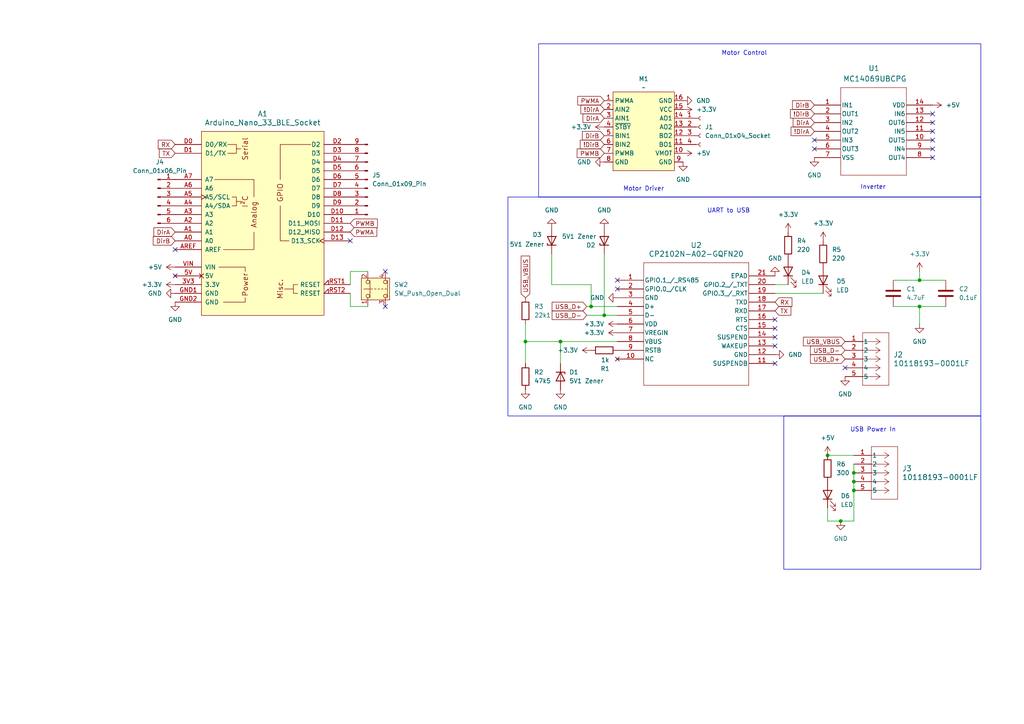
<source format=kicad_sch>
(kicad_sch (version 20250114) (generator "eeschema") (generator_version "9.0")
  (paper "A4")
  (lib_symbols
    (symbol "2025-04-03_10-14-51:CP2102N-A02-GQFN20" (pin_names (offset 0.254))
      (property "Reference" "U2" (at 23.622 10.414 0))
      (property "Value" "CP2102N-A02-GQFN20" (at 23.622 7.874 0))
      (symbol "CP2102N-A02-GQFN20_0_1"
        (polyline (pts (xy 7.62 5.08) (xy 7.62 -30.48)) (stroke (width 0.127)))
        (polyline (pts (xy 7.62 -30.48) (xy 38.1 -30.48)) (stroke (width 0.127)))
        (polyline (pts (xy 38.1 5.08) (xy 7.62 5.08)) (stroke (width 0.127)))
        (polyline (pts (xy 38.1 -30.48) (xy 38.1 5.08)) (stroke (width 0.127)))
        (pin bidirectional line (at 0 0 0) (length 7.62) (name "GPIO.1_/_RS485") (number "1"))
        (pin bidirectional line (at 0 -2.54 0) (length 7.62) (name "GPIO.0_/CLK") (number "2"))
        (pin power_out line (at 0 -5.08 0) (length 7.62) (name "GND") (number "3"))
        (pin unspecified line (at 0 -7.62 0) (length 7.62) (name "D+") (number "4"))
        (pin unspecified line (at 0 -10.16 0) (length 7.62) (name "D-") (number "5"))
        (pin power_in line (at 0 -12.7 0) (length 7.62) (name "VDD") (number "6"))
        (pin unspecified line (at 0 -15.24 0) (length 7.62) (name "VREGIN") (number "7"))
        (pin unspecified line (at 0 -17.78 0) (length 7.62) (name "VBUS") (number "8"))
        (pin unspecified line (at 0 -20.32 0) (length 7.62) (name "RSTB") (number "9"))
        (pin no_connect line (at 0 -22.86 0) (length 7.62) (name "NC") (number "10"))
        (pin power_out line (at 45.72 1.27 180) (length 7.62) (name "EPAD") (number "21"))
        (pin bidirectional line (at 45.72 -1.27 180) (length 7.62) (name "GPIO.2_/_TXT") (number "20"))
        (pin bidirectional line (at 45.72 -3.81 180) (length 7.62) (name "GPIO.3_/_RXT") (number "19"))
        (pin unspecified line (at 45.72 -6.35 180) (length 7.62) (name "TXD") (number "18"))
        (pin unspecified line (at 45.72 -8.89 180) (length 7.62) (name "RXD") (number "17"))
        (pin unspecified line (at 45.72 -11.43 180) (length 7.62) (name "RTS") (number "16"))
        (pin unspecified line (at 45.72 -13.97 180) (length 7.62) (name "CTS") (number "15"))
        (pin unspecified line (at 45.72 -16.51 180) (length 7.62) (name "SUSPEND") (number "14"))
        (pin unspecified line (at 45.72 -19.05 180) (length 7.62) (name "WAKEUP") (number "13"))
        (pin power_out line (at 45.72 -21.59 180) (length 7.62) (name "GND") (number "12"))
        (pin unspecified line (at 45.72 -24.13 180) (length 7.62) (name "SUSPENDB") (number "11"))
      )
    )
    (symbol "2025-04-03_10-31-04:10118193-0001LF" (pin_names (offset 0.254))
      (property "Reference" "J" (at 8.89 6.35 0))
      (property "Value" "10118193-0001LF" (at 0 0 0))
      (symbol "10118193-0001LF_1_1"
        (polyline (pts (xy 5.08 2.54) (xy 5.08 -12.7)) (stroke (width 0.127)))
        (polyline (pts (xy 5.08 -12.7) (xy 12.7 -12.7)) (stroke (width 0.127)))
        (polyline (pts (xy 10.16 0) (xy 5.08 0)) (stroke (width 0.127)))
        (polyline (pts (xy 10.16 0) (xy 8.89 0.8467)) (stroke (width 0.127)))
        (polyline (pts (xy 10.16 0) (xy 8.89 -0.8467)) (stroke (width 0.127)))
        (polyline (pts (xy 10.16 -2.54) (xy 5.08 -2.54)) (stroke (width 0.127)))
        (polyline (pts (xy 10.16 -2.54) (xy 8.89 -1.6933)) (stroke (width 0.127)))
        (polyline (pts (xy 10.16 -2.54) (xy 8.89 -3.3867)) (stroke (width 0.127)))
        (polyline (pts (xy 10.16 -5.08) (xy 5.08 -5.08)) (stroke (width 0.127)))
        (polyline (pts (xy 10.16 -5.08) (xy 8.89 -4.2333)) (stroke (width 0.127)))
        (polyline (pts (xy 10.16 -5.08) (xy 8.89 -5.9267)) (stroke (width 0.127)))
        (polyline (pts (xy 10.16 -7.62) (xy 5.08 -7.62)) (stroke (width 0.127)))
        (polyline (pts (xy 10.16 -7.62) (xy 8.89 -6.7733)) (stroke (width 0.127)))
        (polyline (pts (xy 10.16 -7.62) (xy 8.89 -8.4667)) (stroke (width 0.127)))
        (polyline (pts (xy 10.16 -10.16) (xy 5.08 -10.16)) (stroke (width 0.127)))
        (polyline (pts (xy 10.16 -10.16) (xy 8.89 -9.3133)) (stroke (width 0.127)))
        (polyline (pts (xy 10.16 -10.16) (xy 8.89 -11.0067)) (stroke (width 0.127)))
        (polyline (pts (xy 12.7 2.54) (xy 5.08 2.54)) (stroke (width 0.127)))
        (polyline (pts (xy 12.7 -12.7) (xy 12.7 2.54)) (stroke (width 0.127)))
        (pin unspecified line (at 0 0 0) (length 5.08) (name "1") (number "1"))
        (pin unspecified line (at 0 -2.54 0) (length 5.08) (name "2") (number "2"))
        (pin unspecified line (at 0 -5.08 0) (length 5.08) (name "3") (number "3"))
        (pin unspecified line (at 0 -7.62 0) (length 5.08) (name "4") (number "4"))
        (pin unspecified line (at 0 -10.16 0) (length 5.08) (name "5") (number "5"))
      )
      (symbol "10118193-0001LF_1_2"
        (polyline (pts (xy 5.08 2.54) (xy 5.08 -12.7)) (stroke (width 0.127)))
        (polyline (pts (xy 5.08 -12.7) (xy 12.7 -12.7)) (stroke (width 0.127)))
        (polyline (pts (xy 7.62 0) (xy 5.08 0)) (stroke (width 0.127)))
        (polyline (pts (xy 7.62 0) (xy 8.89 0.8467)) (stroke (width 0.127)))
        (polyline (pts (xy 7.62 0) (xy 8.89 -0.8467)) (stroke (width 0.127)))
        (polyline (pts (xy 7.62 -2.54) (xy 5.08 -2.54)) (stroke (width 0.127)))
        (polyline (pts (xy 7.62 -2.54) (xy 8.89 -1.6933)) (stroke (width 0.127)))
        (polyline (pts (xy 7.62 -2.54) (xy 8.89 -3.3867)) (stroke (width 0.127)))
        (polyline (pts (xy 7.62 -5.08) (xy 5.08 -5.08)) (stroke (width 0.127)))
        (polyline (pts (xy 7.62 -5.08) (xy 8.89 -4.2333)) (stroke (width 0.127)))
        (polyline (pts (xy 7.62 -5.08) (xy 8.89 -5.9267)) (stroke (width 0.127)))
        (polyline (pts (xy 7.62 -7.62) (xy 5.08 -7.62)) (stroke (width 0.127)))
        (polyline (pts (xy 7.62 -7.62) (xy 8.89 -6.7733)) (stroke (width 0.127)))
        (polyline (pts (xy 7.62 -7.62) (xy 8.89 -8.4667)) (stroke (width 0.127)))
        (polyline (pts (xy 7.62 -10.16) (xy 5.08 -10.16)) (stroke (width 0.127)))
        (polyline (pts (xy 7.62 -10.16) (xy 8.89 -9.3133)) (stroke (width 0.127)))
        (polyline (pts (xy 7.62 -10.16) (xy 8.89 -11.0067)) (stroke (width 0.127)))
        (polyline (pts (xy 12.7 2.54) (xy 5.08 2.54)) (stroke (width 0.127)))
        (polyline (pts (xy 12.7 -12.7) (xy 12.7 2.54)) (stroke (width 0.127)))
        (pin unspecified line (at 0 0 0) (length 5.08) (name "1") (number "1"))
        (pin unspecified line (at 0 -2.54 0) (length 5.08) (name "2") (number "2"))
        (pin unspecified line (at 0 -5.08 0) (length 5.08) (name "3") (number "3"))
        (pin unspecified line (at 0 -7.62 0) (length 5.08) (name "4") (number "4"))
        (pin unspecified line (at 0 -10.16 0) (length 5.08) (name "5") (number "5"))
      )
    )
    (symbol "Connector:Conn_01x04_Socket" (pin_names (offset 1.016) (hide yes))
      (property "Reference" "J" (at 0 5.08 0))
      (property "Value" "Conn_01x04_Socket" (at 0 -7.62 0))
      (symbol "Conn_01x04_Socket_1_1"
        (polyline (pts (xy -1.27 2.54) (xy -0.508 2.54)) (stroke (width 0.1524)))
        (polyline (pts (xy -1.27 0) (xy -0.508 0)) (stroke (width 0.1524)))
        (polyline (pts (xy -1.27 -2.54) (xy -0.508 -2.54)) (stroke (width 0.1524)))
        (polyline (pts (xy -1.27 -5.08) (xy -0.508 -5.08)) (stroke (width 0.1524)))
        (arc (start 0 2.032) (mid -0.5058 2.54) (end 0 3.048) (stroke (width 0.1524)))
        (arc (start 0 -0.508) (mid -0.5058 0) (end 0 0.508) (stroke (width 0.1524)))
        (arc (start 0 -3.048) (mid -0.5058 -2.54) (end 0 -2.032) (stroke (width 0.1524)))
        (arc (start 0 -5.588) (mid -0.5058 -5.08) (end 0 -4.572) (stroke (width 0.1524)))
        (pin passive line (at -5.08 2.54 0) (length 3.81) (name "Pin_1") (number "1"))
        (pin passive line (at -5.08 0 0) (length 3.81) (name "Pin_2") (number "2"))
        (pin passive line (at -5.08 -2.54 0) (length 3.81) (name "Pin_3") (number "3"))
        (pin passive line (at -5.08 -5.08 0) (length 3.81) (name "Pin_4") (number "4"))
      )
    )
    (symbol "Connector:Conn_01x06_Pin" (pin_names (offset 1.016) (hide yes))
      (property "Reference" "J" (at 0 7.62 0))
      (property "Value" "Conn_01x06_Pin" (at 0 -10.16 0))
      (symbol "Conn_01x06_Pin_1_1"
        (rectangle (start 0.8636 5.207) (end 0 4.953) (stroke (width 0.1524)) (fill (type outline)))
        (rectangle (start 0.8636 2.667) (end 0 2.413) (stroke (width 0.1524)) (fill (type outline)))
        (rectangle (start 0.8636 0.127) (end 0 -0.127) (stroke (width 0.1524)) (fill (type outline)))
        (rectangle (start 0.8636 -2.413) (end 0 -2.667) (stroke (width 0.1524)) (fill (type outline)))
        (rectangle (start 0.8636 -4.953) (end 0 -5.207) (stroke (width 0.1524)) (fill (type outline)))
        (rectangle (start 0.8636 -7.493) (end 0 -7.747) (stroke (width 0.1524)) (fill (type outline)))
        (polyline (pts (xy 1.27 5.08) (xy 0.8636 5.08)) (stroke (width 0.1524)))
        (polyline (pts (xy 1.27 2.54) (xy 0.8636 2.54)) (stroke (width 0.1524)))
        (polyline (pts (xy 1.27 0) (xy 0.8636 0)) (stroke (width 0.1524)))
        (polyline (pts (xy 1.27 -2.54) (xy 0.8636 -2.54)) (stroke (width 0.1524)))
        (polyline (pts (xy 1.27 -5.08) (xy 0.8636 -5.08)) (stroke (width 0.1524)))
        (polyline (pts (xy 1.27 -7.62) (xy 0.8636 -7.62)) (stroke (width 0.1524)))
        (pin passive line (at 5.08 5.08 180) (length 3.81) (name "Pin_1") (number "1"))
        (pin passive line (at 5.08 2.54 180) (length 3.81) (name "Pin_2") (number "2"))
        (pin passive line (at 5.08 0 180) (length 3.81) (name "Pin_3") (number "3"))
        (pin passive line (at 5.08 -2.54 180) (length 3.81) (name "Pin_4") (number "4"))
        (pin passive line (at 5.08 -5.08 180) (length 3.81) (name "Pin_5") (number "5"))
        (pin passive line (at 5.08 -7.62 180) (length 3.81) (name "Pin_6") (number "6"))
      )
    )
    (symbol "Connector:Conn_01x09_Pin" (pin_names (offset 1.016) (hide yes))
      (property "Reference" "J" (at 0 12.7 0))
      (property "Value" "Conn_01x09_Pin" (at 0 -12.7 0))
      (symbol "Conn_01x09_Pin_1_1"
        (rectangle (start 0.8636 10.287) (end 0 10.033) (stroke (width 0.1524)) (fill (type outline)))
        (rectangle (start 0.8636 7.747) (end 0 7.493) (stroke (width 0.1524)) (fill (type outline)))
        (rectangle (start 0.8636 5.207) (end 0 4.953) (stroke (width 0.1524)) (fill (type outline)))
        (rectangle (start 0.8636 2.667) (end 0 2.413) (stroke (width 0.1524)) (fill (type outline)))
        (rectangle (start 0.8636 0.127) (end 0 -0.127) (stroke (width 0.1524)) (fill (type outline)))
        (rectangle (start 0.8636 -2.413) (end 0 -2.667) (stroke (width 0.1524)) (fill (type outline)))
        (rectangle (start 0.8636 -4.953) (end 0 -5.207) (stroke (width 0.1524)) (fill (type outline)))
        (rectangle (start 0.8636 -7.493) (end 0 -7.747) (stroke (width 0.1524)) (fill (type outline)))
        (rectangle (start 0.8636 -10.033) (end 0 -10.287) (stroke (width 0.1524)) (fill (type outline)))
        (polyline (pts (xy 1.27 10.16) (xy 0.8636 10.16)) (stroke (width 0.1524)))
        (polyline (pts (xy 1.27 7.62) (xy 0.8636 7.62)) (stroke (width 0.1524)))
        (polyline (pts (xy 1.27 5.08) (xy 0.8636 5.08)) (stroke (width 0.1524)))
        (polyline (pts (xy 1.27 2.54) (xy 0.8636 2.54)) (stroke (width 0.1524)))
        (polyline (pts (xy 1.27 0) (xy 0.8636 0)) (stroke (width 0.1524)))
        (polyline (pts (xy 1.27 -2.54) (xy 0.8636 -2.54)) (stroke (width 0.1524)))
        (polyline (pts (xy 1.27 -5.08) (xy 0.8636 -5.08)) (stroke (width 0.1524)))
        (polyline (pts (xy 1.27 -7.62) (xy 0.8636 -7.62)) (stroke (width 0.1524)))
        (polyline (pts (xy 1.27 -10.16) (xy 0.8636 -10.16)) (stroke (width 0.1524)))
        (pin passive line (at 5.08 10.16 180) (length 3.81) (name "Pin_1") (number "1"))
        (pin passive line (at 5.08 7.62 180) (length 3.81) (name "Pin_2") (number "2"))
        (pin passive line (at 5.08 5.08 180) (length 3.81) (name "Pin_3") (number "3"))
        (pin passive line (at 5.08 2.54 180) (length 3.81) (name "Pin_4") (number "4"))
        (pin passive line (at 5.08 0 180) (length 3.81) (name "Pin_5") (number "5"))
        (pin passive line (at 5.08 -2.54 180) (length 3.81) (name "Pin_6") (number "6"))
        (pin passive line (at 5.08 -5.08 180) (length 3.81) (name "Pin_7") (number "7"))
        (pin passive line (at 5.08 -7.62 180) (length 3.81) (name "Pin_8") (number "8"))
        (pin passive line (at 5.08 -10.16 180) (length 3.81) (name "Pin_9") (number "9"))
      )
    )
    (symbol "Device:C" (pin_numbers (hide yes)) (pin_names (offset 0.254))
      (property "Reference" "C" (at 0.635 2.54 0))
      (property "Value" "C" (at 0.635 -2.54 0))
      (symbol "C_0_1"
        (polyline (pts (xy -2.032 0.762) (xy 2.032 0.762)) (stroke (width 0.508)))
        (polyline (pts (xy -2.032 -0.762) (xy 2.032 -0.762)) (stroke (width 0.508)))
      )
      (symbol "C_1_1"
        (pin passive line (at 0 3.81 270) (length 2.794) (name "~") (number "1"))
        (pin passive line (at 0 -3.81 90) (length 2.794) (name "~") (number "2"))
      )
    )
    (symbol "Device:D_Zener" (pin_numbers (hide yes)) (pin_names (offset 1.016) (hide yes))
      (property "Reference" "D" (at 0 2.54 0))
      (property "Value" "D_Zener" (at 0 -2.54 0))
      (symbol "D_Zener_0_1"
        (polyline (pts (xy -1.27 -1.27) (xy -1.27 1.27) (xy -0.762 1.27)) (stroke (width 0.254)))
        (polyline (pts (xy 1.27 0) (xy -1.27 0)))
        (polyline (pts (xy 1.27 -1.27) (xy 1.27 1.27) (xy -1.27 0) (xy 1.27 -1.27)) (stroke (width 0.254)))
      )
      (symbol "D_Zener_1_1"
        (pin passive line (at -3.81 0 0) (length 2.54) (name "K") (number "1"))
        (pin passive line (at 3.81 0 180) (length 2.54) (name "A") (number "2"))
      )
    )
    (symbol "Device:LED" (pin_numbers (hide yes)) (pin_names (offset 1.016) (hide yes))
      (property "Reference" "D" (at 0 2.54 0))
      (property "Value" "LED" (at 0 -2.54 0))
      (symbol "LED_0_1"
        (polyline (pts (xy -3.048 -0.762) (xy -4.572 -2.286) (xy -3.81 -2.286) (xy -4.572 -2.286) (xy -4.572 -1.524)))
        (polyline (pts (xy -1.778 -0.762) (xy -3.302 -2.286) (xy -2.54 -2.286) (xy -3.302 -2.286) (xy -3.302 -1.524)))
        (polyline (pts (xy -1.27 0) (xy 1.27 0)))
        (polyline (pts (xy -1.27 -1.27) (xy -1.27 1.27)) (stroke (width 0.254)))
        (polyline (pts (xy 1.27 -1.27) (xy 1.27 1.27) (xy -1.27 0) (xy 1.27 -1.27)) (stroke (width 0.254)))
      )
      (symbol "LED_1_1"
        (pin passive line (at -3.81 0 0) (length 2.54) (name "K") (number "1"))
        (pin passive line (at 3.81 0 180) (length 2.54) (name "A") (number "2"))
      )
    )
    (symbol "Device:R" (pin_numbers (hide yes)) (pin_names (offset 0))
      (property "Reference" "R" (at 2.032 0 90))
      (property "Value" "R" (at 0 0 90))
      (symbol "R_0_1"
        (rectangle (start -1.016 -2.54) (end 1.016 2.54) (stroke (width 0.254)))
      )
      (symbol "R_1_1"
        (pin passive line (at 0 3.81 270) (length 1.27) (name "~") (number "1"))
        (pin passive line (at 0 -3.81 90) (length 1.27) (name "~") (number "2"))
      )
    )
    (symbol "MCP14069UBCP:MC14069UBCPG" (pin_names (offset 0.254))
      (property "Reference" "U1" (at 17.272 10.668 0))
      (property "Value" "MC14069UBCPG" (at 17.526 7.62 0))
      (symbol "MC14069UBCPG_0_1"
        (polyline (pts (xy 7.62 5.08) (xy 7.62 -20.32)) (stroke (width 0.127)))
        (polyline (pts (xy 7.62 -20.32) (xy 26.67 -20.32)) (stroke (width 0.127)))
        (polyline (pts (xy 26.67 5.08) (xy 7.62 5.08)) (stroke (width 0.127)))
        (polyline (pts (xy 26.67 -20.32) (xy 26.67 5.08)) (stroke (width 0.127)))
        (pin input line (at 0 0 0) (length 7.62) (name "IN1") (number "1"))
        (pin output line (at 0 -2.54 0) (length 7.62) (name "OUT1") (number "2"))
        (pin input line (at 0 -5.08 0) (length 7.62) (name "IN2") (number "3"))
        (pin output line (at 0 -7.62 0) (length 7.62) (name "OUT2") (number "4"))
        (pin input line (at 0 -10.16 0) (length 7.62) (name "IN3") (number "5"))
        (pin output line (at 0 -12.7 0) (length 7.62) (name "OUT3") (number "6"))
        (pin power_in line (at 0 -15.24 0) (length 7.62) (name "VSS") (number "7"))
        (pin power_in line (at 34.29 0 180) (length 7.62) (name "VDD") (number "14"))
        (pin input line (at 34.29 -2.54 180) (length 7.62) (name "IN6") (number "13"))
        (pin output line (at 34.29 -5.08 180) (length 7.62) (name "OUT6") (number "12"))
        (pin input line (at 34.29 -7.62 180) (length 7.62) (name "IN5") (number "11"))
        (pin output line (at 34.29 -10.16 180) (length 7.62) (name "OUT5") (number "10"))
        (pin input line (at 34.29 -12.7 180) (length 7.62) (name "IN4") (number "9"))
        (pin output line (at 34.29 -15.24 180) (length 7.62) (name "OUT4") (number "8"))
      )
    )
    (symbol "Pololu_MD08A_Motor_Driver:Pololu_MD08A_Motor_Driver"
      (property "Reference" "M" (at 0 3.81 0))
      (symbol "Pololu_MD08A_Motor_Driver_1_1"
        (rectangle (start -8.89 2.54) (end 8.89 -20.32) (fill (type background)))
        (pin input line (at -11.43 0 0) (length 2.54) (name "PWMA") (number "1"))
        (pin input line (at -11.43 -2.54 0) (length 2.54) (name "AIN2") (number "2"))
        (pin input line (at -11.43 -5.08 0) (length 2.54) (name "AIN1") (number "3"))
        (pin input line (at -11.43 -7.62 0) (length 2.54) (name "~{STBY}") (number "4"))
        (pin input line (at -11.43 -10.16 0) (length 2.54) (name "BIN1") (number "5"))
        (pin input line (at -11.43 -12.7 0) (length 2.54) (name "BIN2") (number "6"))
        (pin input line (at -11.43 -15.24 0) (length 2.54) (name "PWMB") (number "7"))
        (pin power_in line (at -11.43 -17.78 0) (length 2.54) (name "GND") (number "8"))
        (pin power_in line (at 11.43 0 180) (length 2.54) (name "GND") (number "16"))
        (pin power_in line (at 11.43 -2.54 180) (length 2.54) (name "VCC") (number "15"))
        (pin output line (at 11.43 -5.08 180) (length 2.54) (name "AO1") (number "14"))
        (pin output line (at 11.43 -7.62 180) (length 2.54) (name "AO2") (number "13"))
        (pin output line (at 11.43 -10.16 180) (length 2.54) (name "BO2") (number "12"))
        (pin output line (at 11.43 -12.7 180) (length 2.54) (name "BO1") (number "11"))
        (pin power_in line (at 11.43 -15.24 180) (length 2.54) (name "VMOT") (number "10"))
        (pin power_in line (at 11.43 -17.78 180) (length 2.54) (name "GND") (number "9"))
      )
    )
    (symbol "Switch:SW_Push_Open_Dual" (pin_names (offset 1.016) (hide yes))
      (property "Reference" "SW" (at 0 3.81 0))
      (property "Value" "SW_Push_Open_Dual" (at 0 -7.62 0))
      (symbol "SW_Push_Open_Dual_0_1"
        (circle (center -2.032 0) (radius 0.508))
        (circle (center -2.032 -5.08) (radius 0.508))
        (polyline (pts (xy 0 -0.635) (xy 0 1.143)))
        (polyline (pts (xy 0 -1.397) (xy 0 -0.889)))
        (polyline (pts (xy 0 -2.413) (xy 0 -1.905)))
        (polyline (pts (xy 0 -3.429) (xy 0 -2.921)))
        (polyline (pts (xy 0 -3.937) (xy 0 -4.445)))
        (polyline (pts (xy 0 -4.953) (xy 0 -5.461)))
        (circle (center 2.032 0) (radius 0.508))
        (circle (center 2.032 -5.08) (radius 0.508))
        (polyline (pts (xy 2.54 -0.635) (xy -2.54 -0.635)))
        (polyline (pts (xy 2.54 -5.715) (xy -2.54 -5.715)))
        (pin passive line (at -5.08 0 0) (length 2.54) (name "1") (number "1"))
        (pin passive line (at -5.08 -5.08 0) (length 2.54) (name "3") (number "3"))
        (pin passive line (at 5.08 0 180) (length 2.54) (name "2") (number "2"))
        (pin passive line (at 5.08 -5.08 180) (length 2.54) (name "4") (number "4"))
      )
      (symbol "SW_Push_Open_Dual_1_1"
        (rectangle (start -3.175 1.905) (end 3.175 -6.35) (fill (type background)))
      )
    )
    (symbol "arduino-library:Arduino_Nano_33_BLE_Socket" (pin_names (offset 1.016))
      (property "Reference" "A" (at 0 33.02 0))
      (property "Value" "Arduino_Nano_33_BLE_Socket" (at 0 29.21 0))
      (symbol "Arduino_Nano_33_BLE_Socket_0_0"
        (rectangle (start -17.78 26.67) (end 17.78 -26.67) (fill (type background)))
        (polyline (pts (xy -11.43 -22.86) (xy -5.08 -22.86) (xy -5.08 -21.59)))
        (polyline (pts (xy -10.16 22.86) (xy -7.62 22.86) (xy -7.62 20.32) (xy -10.16 20.32)))
        (polyline (pts (xy -8.89 7.62) (xy -7.62 7.62) (xy -7.62 5.08) (xy -8.89 5.08)))
        (polyline (pts (xy -7.62 21.59) (xy -6.35 21.59)))
        (polyline (pts (xy -7.62 6.35) (xy -6.35 6.35)))
        (polyline (pts (xy -5.08 -13.97) (xy -5.08 -12.7) (xy -12.7 -12.7)))
        (polyline (pts (xy 8.89 -19.05) (xy 6.35 -19.05)))
        (text "Serial" (at -5.08 21.59 900) (effects (font (size 1.524 1.524))))
        (text "I²C" (at -5.08 6.35 900) (effects (font (size 1.524 1.524))))
        (text "Power" (at -5.08 -17.78 900) (effects (font (size 1.524 1.524))))
        (text "Analog" (at -2.54 2.54 900) (effects (font (size 1.524 1.524))))
        (text "Misc." (at 5.08 -19.05 900) (effects (font (size 1.524 1.524))))
      )
      (symbol "Arduino_Nano_33_BLE_Socket_0_1"
        (polyline (pts (xy -13.97 12.7) (xy -2.54 12.7) (xy -2.54 7.62)))
        (polyline (pts (xy -11.43 -7.62) (xy -2.54 -7.62) (xy -2.54 -2.54)))
        (polyline (pts (xy 7.62 -5.08) (xy 5.08 -5.08) (xy 5.08 5.08)))
        (polyline (pts (xy 10.16 -17.78) (xy 8.89 -17.78) (xy 8.89 -20.32) (xy 10.16 -20.32)))
        (polyline (pts (xy 13.97 22.86) (xy 5.08 22.86) (xy 5.08 12.7)))
      )
      (symbol "Arduino_Nano_33_BLE_Socket_1_0"
        (text "GPIO" (at 5.08 8.89 900) (effects (font (size 1.524 1.524))))
      )
      (symbol "Arduino_Nano_33_BLE_Socket_1_1"
        (pin bidirectional line (at -25.4 22.86 0) (length 7.62) (name "D0/RX") (number "D0"))
        (pin bidirectional line (at -25.4 20.32 0) (length 7.62) (name "D1/TX") (number "D1"))
        (pin input line (at -25.4 12.7 0) (length 7.62) (name "A7") (number "A7"))
        (pin input line (at -25.4 10.16 0) (length 7.62) (name "A6") (number "A6"))
        (pin bidirectional clock (at -25.4 7.62 0) (length 7.62) (name "A5/SCL") (number "A5"))
        (pin bidirectional line (at -25.4 5.08 0) (length 7.62) (name "A4/SDA") (number "A4"))
        (pin bidirectional line (at -25.4 2.54 0) (length 7.62) (name "A3") (number "A3"))
        (pin bidirectional line (at -25.4 0 0) (length 7.62) (name "A2") (number "A2"))
        (pin bidirectional line (at -25.4 -2.54 0) (length 7.62) (name "A1") (number "A1"))
        (pin bidirectional line (at -25.4 -5.08 0) (length 7.62) (name "A0") (number "A0"))
        (pin input line (at -25.4 -7.62 0) (length 7.62) (name "AREF") (number "AREF"))
        (pin power_in line (at -25.4 -12.7 0) (length 7.62) (name "VIN") (number "VIN"))
        (pin no_connect non_logic (at -25.4 -15.24 0) (length 7.62) (name "5V") (number "5V"))
        (pin power_in line (at -25.4 -17.78 0) (length 7.62) (name "3.3V") (number "3V3"))
        (pin power_in line (at -25.4 -20.32 0) (length 7.62) (name "GND") (number "GND1"))
        (pin power_in line (at -25.4 -22.86 0) (length 7.62) (name "GND") (number "GND2"))
        (pin bidirectional line (at 25.4 22.86 180) (length 7.62) (name "D2") (number "D2"))
        (pin bidirectional line (at 25.4 20.32 180) (length 7.62) (name "D3") (number "D3"))
        (pin bidirectional line (at 25.4 17.78 180) (length 7.62) (name "D4") (number "D4"))
        (pin bidirectional line (at 25.4 15.24 180) (length 7.62) (name "D5") (number "D5"))
        (pin bidirectional line (at 25.4 12.7 180) (length 7.62) (name "D6") (number "D6"))
        (pin bidirectional line (at 25.4 10.16 180) (length 7.62) (name "D7") (number "D7"))
        (pin bidirectional line (at 25.4 7.62 180) (length 7.62) (name "D8") (number "D8"))
        (pin bidirectional line (at 25.4 5.08 180) (length 7.62) (name "D9") (number "D9"))
        (pin bidirectional line (at 25.4 2.54 180) (length 7.62) (name "D10") (number "D10"))
        (pin bidirectional line (at 25.4 0 180) (length 7.62) (name "D11_MOSI") (number "D11"))
        (pin bidirectional line (at 25.4 -2.54 180) (length 7.62) (name "D12_MISO") (number "D12"))
        (pin bidirectional clock (at 25.4 -5.08 180) (length 7.62) (name "D13_SCK") (number "D13"))
        (pin open_collector input_low (at 25.4 -17.78 180) (length 7.62) (name "RESET") (number "RST1"))
        (pin open_collector input_low (at 25.4 -20.32 180) (length 7.62) (name "RESET") (number "RST2"))
      )
    )
    (symbol "power:+3.3V" (power) (pin_names (offset 0))
      (property "Value" "+3.3V" (at 0 3.556 0))
      (symbol "+3.3V_0_1"
        (polyline (pts (xy -0.762 1.27) (xy 0 2.54)))
        (polyline (pts (xy 0 2.54) (xy 0.762 1.27)))
        (polyline (pts (xy 0 0) (xy 0 2.54)))
      )
      (symbol "+3.3V_1_1"
        (pin power_in line (at 0 0 90) (length 0) (hide yes) (name "+3.3V") (number "1"))
      )
    )
    (symbol "power:+5V" (power) (pin_names (offset 0))
      (property "Value" "+5V" (at 0 3.556 0))
      (symbol "+5V_0_1"
        (polyline (pts (xy -0.762 1.27) (xy 0 2.54)))
        (polyline (pts (xy 0 2.54) (xy 0.762 1.27)))
        (polyline (pts (xy 0 0) (xy 0 2.54)))
      )
      (symbol "+5V_1_1"
        (pin power_in line (at 0 0 90) (length 0) (hide yes) (name "+5V") (number "1"))
      )
    )
    (symbol "power:GND" (power) (pin_names (offset 0))
      (property "Value" "GND" (at 0 -3.81 0))
      (symbol "GND_0_1"
        (polyline (pts (xy 0 0) (xy 0 -1.27) (xy 1.27 -1.27) (xy 0 -2.54) (xy -1.27 -1.27) (xy 0 -1.27)))
      )
      (symbol "GND_1_1"
        (pin power_in line (at 0 0 270) (length 0) (hide yes) (name "GND") (number "1"))
      )
    )
  )
  (rectangle (start 156.21 12.7) (end 284.48 57.15))
  (rectangle (start 147.32 57.15) (end 284.48 120.65))
  (rectangle (start 227.33 120.65) (end 284.48 165.1))
  (text "Motor Control" (at 215.9 15.494 0) (effects (font (size 1.27 1.27))))
  (text "USB Power In\n" (at 253.238 124.714 0) (effects (font (size 1.27 1.27))))
  (text "Motor Driver" (at 186.69 54.864 0) (effects (font (size 1.27 1.27))))
  (text "UART to USB\n" (at 211.328 61.214 0) (effects (font (size 1.27 1.27))))
  (text "Inverter" (at 253.238 54.356 0) (effects (font (size 1.27 1.27))))
  (junction (at 171.45 88.9))
  (junction (at 175.26 91.44))
  (junction (at 240.03 132.08))
  (junction (at 266.7 88.9))
  (junction (at 243.84 151.13))
  (junction (at 247.65 137.16))
  (junction (at 247.65 139.7))
  (junction (at 152.4 99.06))
  (junction (at 162.56 99.06))
  (junction (at 247.65 142.24))
  (junction (at 266.7 81.28))
  (no_connect (at 224.79 97.79))
  (no_connect (at 50.8 72.39))
  (no_connect (at 270.51 40.64))
  (no_connect (at 270.51 43.18))
  (no_connect (at 224.79 105.41))
  (no_connect (at 50.8 80.01))
  (no_connect (at 270.51 38.1))
  (no_connect (at 111.76 88.9))
  (no_connect (at 111.76 78.74))
  (no_connect (at 236.22 43.18))
  (no_connect (at 101.6 69.85))
  (no_connect (at 224.79 95.25))
  (no_connect (at 245.11 106.68))
  (no_connect (at 179.07 104.14))
  (no_connect (at 236.22 40.64))
  (no_connect (at 224.79 100.33))
  (no_connect (at 179.07 81.28))
  (no_connect (at 270.51 45.72))
  (no_connect (at 179.07 83.82))
  (no_connect (at 270.51 33.02))
  (no_connect (at 270.51 35.56))
  (no_connect (at 224.79 92.71))
  (wire (pts (xy 266.7 88.9) (xy 274.32 88.9)))
  (wire (pts (xy 266.7 78.74) (xy 266.7 81.28)))
  (wire (pts (xy 266.7 88.9) (xy 266.7 93.98)))
  (wire (pts (xy 247.65 134.62) (xy 247.65 137.16)))
  (wire (pts (xy 224.79 85.09) (xy 238.76 85.09)))
  (wire (pts (xy 247.65 151.13) (xy 247.65 142.24)))
  (wire (pts (xy 160.02 82.55) (xy 171.45 82.55)))
  (wire (pts (xy 160.02 73.66) (xy 160.02 82.55)))
  (wire (pts (xy 171.45 88.9) (xy 179.07 88.9)))
  (wire (pts (xy 170.18 91.44) (xy 175.26 91.44)))
  (wire (pts (xy 101.6 78.74) (xy 106.68 78.74)))
  (wire (pts (xy 240.03 147.32) (xy 240.03 151.13)))
  (wire (pts (xy 240.03 132.08) (xy 247.65 132.08)))
  (wire (pts (xy 101.6 88.9) (xy 106.68 88.9)))
  (wire (pts (xy 259.08 88.9) (xy 266.7 88.9)))
  (wire (pts (xy 243.84 151.13) (xy 247.65 151.13)))
  (wire (pts (xy 175.26 73.66) (xy 175.26 91.44)))
  (wire (pts (xy 266.7 81.28) (xy 274.32 81.28)))
  (wire (pts (xy 247.65 137.16) (xy 247.65 139.7)))
  (wire (pts (xy 152.4 93.98) (xy 152.4 99.06)))
  (wire (pts (xy 101.6 82.55) (xy 101.6 78.74)))
  (wire (pts (xy 170.18 88.9) (xy 171.45 88.9)))
  (wire (pts (xy 152.4 99.06) (xy 152.4 105.41)))
  (wire (pts (xy 224.79 82.55) (xy 228.6 82.55)))
  (wire (pts (xy 175.26 91.44) (xy 179.07 91.44)))
  (wire (pts (xy 247.65 139.7) (xy 247.65 142.24)))
  (wire (pts (xy 240.03 151.13) (xy 243.84 151.13)))
  (wire (pts (xy 152.4 99.06) (xy 162.56 99.06)))
  (wire (pts (xy 162.56 99.06) (xy 179.07 99.06)))
  (wire (pts (xy 171.45 82.55) (xy 171.45 88.9)))
  (wire (pts (xy 101.6 85.09) (xy 101.6 88.9)))
  (wire (pts (xy 162.56 105.41) (xy 162.56 99.06)))
  (wire (pts (xy 259.08 81.28) (xy 266.7 81.28)))
  (global_label "USB_D-" (shape input) (at 245.11 101.6 180) (property "Intersheetrefs" "${INTERSHEET_REFS}" (effects (hide yes))))
  (global_label "USB_VBUS" (shape input) (at 245.11 99.06 180) (property "Intersheetrefs" "${INTERSHEET_REFS}" (effects (hide yes))))
  (global_label "USB_D+" (shape input) (at 245.11 104.14 180) (property "Intersheetrefs" "${INTERSHEET_REFS}" (effects (hide yes))))
  (global_label "TX" (shape input) (at 50.8 44.45 180) (property "Intersheetrefs" "${INTERSHEET_REFS}" (effects (hide yes))))
  (global_label "RX" (shape input) (at 50.8 41.91 180) (property "Intersheetrefs" "${INTERSHEET_REFS}" (effects (hide yes))))
  (global_label "USB_D-" (shape input) (at 170.18 91.44 180) (property "Intersheetrefs" "${INTERSHEET_REFS}" (effects (hide yes))))
  (global_label "DirB" (shape input) (at 175.26 39.37 180) (property "Intersheetrefs" "${INTERSHEET_REFS}" (effects (hide yes))))
  (global_label "!DirB" (shape input) (at 236.22 33.02 180) (property "Intersheetrefs" "${INTERSHEET_REFS}" (effects (hide yes))))
  (global_label "!DirB" (shape input) (at 175.26 41.91 180) (property "Intersheetrefs" "${INTERSHEET_REFS}" (effects (hide yes))))
  (global_label "DirB" (shape input) (at 236.22 30.48 180) (property "Intersheetrefs" "${INTERSHEET_REFS}" (effects (hide yes))))
  (global_label "DirA" (shape input) (at 175.26 34.29 180) (property "Intersheetrefs" "${INTERSHEET_REFS}" (effects (hide yes))))
  (global_label "PWMB" (shape input) (at 175.26 44.45 180) (property "Intersheetrefs" "${INTERSHEET_REFS}" (effects (hide yes))))
  (global_label "DirA" (shape input) (at 236.22 35.56 180) (property "Intersheetrefs" "${INTERSHEET_REFS}" (effects (hide yes))))
  (global_label "PWMA" (shape input) (at 175.26 29.21 180) (property "Intersheetrefs" "${INTERSHEET_REFS}" (effects (hide yes))))
  (global_label "TX" (shape input) (at 224.79 90.17 0) (property "Intersheetrefs" "${INTERSHEET_REFS}" (effects (hide yes))))
  (global_label "USB_D+" (shape input) (at 170.18 88.9 180) (property "Intersheetrefs" "${INTERSHEET_REFS}" (effects (hide yes))))
  (global_label "DirA" (shape input) (at 50.8 67.31 180) (property "Intersheetrefs" "${INTERSHEET_REFS}" (effects (hide yes))))
  (global_label "DirB" (shape input) (at 50.8 69.85 180) (property "Intersheetrefs" "${INTERSHEET_REFS}" (effects (hide yes))))
  (global_label "RX" (shape input) (at 224.79 87.63 0) (property "Intersheetrefs" "${INTERSHEET_REFS}" (effects (hide yes))))
  (global_label "USB_VBUS" (shape input) (at 152.4 86.36 90) (property "Intersheetrefs" "${INTERSHEET_REFS}" (effects (hide yes))))
  (global_label "!DirA" (shape input) (at 236.22 38.1 180) (property "Intersheetrefs" "${INTERSHEET_REFS}" (effects (hide yes))))
  (global_label "PWMA" (shape input) (at 101.6 67.31 0) (property "Intersheetrefs" "${INTERSHEET_REFS}" (effects (hide yes))))
  (global_label "!DirA" (shape input) (at 175.26 31.75 180) (property "Intersheetrefs" "${INTERSHEET_REFS}" (effects (hide yes))))
  (global_label "PWMB" (shape input) (at 101.6 64.77 0) (property "Intersheetrefs" "${INTERSHEET_REFS}" (effects (hide yes))))
  (symbol (lib_id "power:GND") (at 245.11 109.22 0) (unit 1)
    (property "Reference" "#PWR019" (effects (hide yes)))
    (property "Value" "GND" (at 245.11 114.3 0))
    (property "Description" "Power symbol creates a global label with name \"GND\" , ground" (effects (hide yes)))
  )
  (symbol (lib_id "power:GND") (at 50.8 85.09 270) (unit 1)
    (property "Reference" "#PWR05" (effects (hide yes)))
    (property "Value" "GND" (at 46.99 85.0899 90) (effects (justify right)))
    (property "Description" "Power symbol creates a global label with name \"GND\" , ground" (effects (hide yes)))
  )
  (symbol (lib_id "power:+5V") (at 240.03 132.08 0) (unit 1)
    (property "Reference" "#PWR033" (effects (hide yes)))
    (property "Value" "+5V" (at 240.03 127 0))
    (property "Description" "Power symbol creates a global label with name \"+5V\"" (effects (hide yes)))
  )
  (symbol (lib_id "Device:R") (at 175.26 101.6 90) (unit 1)
    (property "Reference" "R1" (at 175.514 106.934 90))
    (property "Value" "1k" (at 175.514 104.394 90))
    (property "Footprint" "Resistor_THT:R_Axial_DIN0207_L6.3mm_D2.5mm_P10.16mm_Horizontal" (effects (hide yes)))
    (property "Description" "Resistor" (effects (hide yes)))
  )
  (symbol (lib_id "Switch:SW_Push_Open_Dual") (at 106.68 83.82 90) (unit 1)
    (property "Reference" "SW2" (at 114.3 82.5499 90) (effects (justify right)))
    (property "Value" "SW_Push_Open_Dual" (at 114.3 85.0899 90) (effects (justify right)))
    (property "Footprint" "Button_Switch_THT:SW_PUSH_6mm_H4.3mm" (effects (hide yes)))
    (property "Description" "Push button switch, normally closed, generic, four pins" (effects (hide yes)))
  )
  (symbol (lib_id "Device:LED") (at 240.03 143.51 90) (unit 1)
    (property "Reference" "D6" (at 243.84 143.8274 90) (effects (justify right)))
    (property "Value" "LED" (at 243.84 146.3674 90) (effects (justify right)))
    (property "Footprint" "LED_THT:LED_D5.0mm" (effects (hide yes)))
    (property "Description" "Light emitting diode" (effects (hide yes)))
  )
  (symbol (lib_id "2025-04-03_10-31-04:10118193-0001LF") (at 247.65 132.08 0) (unit 1)
    (property "Reference" "J3" (at 261.62 135.8899 0) (effects (font (size 1.524 1.524)) (justify left)))
    (property "Value" "10118193-0001LF" (at 261.62 138.4299 0) (effects (font (size 1.524 1.524)) (justify left)))
    (property "Footprint" "MicroUSBCutoutfootprints:CONN_47642-0001_MOL_fixed" (effects (hide yes)))
    (property "Datasheet" "10118193-0001LF" (effects (hide yes)))
  )
  (symbol (lib_id "Device:D_Zener") (at 162.56 109.22 270) (unit 1)
    (property "Reference" "D1" (at 165.1 107.9499 90) (effects (justify left)))
    (property "Value" "5V1 Zener" (at 165.1 110.4899 90) (effects (justify left)))
    (property "Footprint" "Diode_THT:D_DO-35_SOD27_P7.62mm_Horizontal" (effects (hide yes)))
    (property "Description" "Zener diode" (effects (hide yes)))
  )
  (symbol (lib_id "Device:R") (at 238.76 73.66 0) (unit 1)
    (property "Reference" "R5" (at 241.3 72.3899 0) (effects (justify left)))
    (property "Value" "220" (at 241.3 74.9299 0) (effects (justify left)))
    (property "Footprint" "Resistor_THT:R_Axial_DIN0207_L6.3mm_D2.5mm_P10.16mm_Horizontal" (effects (hide yes)))
    (property "Description" "Resistor" (effects (hide yes)))
  )
  (symbol (lib_id "power:+5V") (at 50.8 77.47 90) (unit 1)
    (property "Reference" "#PWR035" (effects (hide yes)))
    (property "Value" "+5V" (at 46.99 77.4699 90) (effects (justify left)))
    (property "Description" "Power symbol creates a global label with name \"+5V\"" (effects (hide yes)))
  )
  (symbol (lib_id "Device:LED") (at 238.76 81.28 90) (unit 1)
    (property "Reference" "D5" (at 242.57 81.5974 90) (effects (justify right)))
    (property "Value" "LED" (at 242.57 84.1374 90) (effects (justify right)))
    (property "Footprint" "LED_THT:LED_D5.0mm" (effects (hide yes)))
    (property "Description" "Light emitting diode" (effects (hide yes)))
  )
  (symbol (lib_id "Device:D_Zener") (at 175.26 69.85 90) (unit 1)
    (property "Reference" "D2" (at 172.72 71.1201 90) (effects (justify left)))
    (property "Value" "5V1 Zener" (at 172.974 68.58 90) (effects (justify left)))
    (property "Footprint" "Diode_THT:D_DO-35_SOD27_P7.62mm_Horizontal" (effects (hide yes)))
    (property "Description" "Zener diode" (effects (hide yes)))
  )
  (symbol (lib_id "power:GND") (at 266.7 93.98 0) (unit 1)
    (property "Reference" "#PWR024" (effects (hide yes)))
    (property "Value" "GND" (at 266.7 99.06 0))
    (property "Description" "Power symbol creates a global label with name \"GND\" , ground" (effects (hide yes)))
  )
  (symbol (lib_id "power:GND") (at 162.56 113.03 0) (unit 1)
    (property "Reference" "#PWR028" (effects (hide yes)))
    (property "Value" "GND" (at 162.56 118.11 0))
    (property "Description" "Power symbol creates a global label with name \"GND\" , ground" (effects (hide yes)))
  )
  (symbol (lib_id "power:GND") (at 175.26 66.04 180) (unit 1)
    (property "Reference" "#PWR030" (effects (hide yes)))
    (property "Value" "GND" (at 175.26 60.96 0))
    (property "Description" "Power symbol creates a global label with name \"GND\" , ground" (effects (hide yes)))
  )
  (symbol (lib_id "power:+3.3V") (at 228.6 67.31 0) (unit 1)
    (property "Reference" "#PWR032" (effects (hide yes)))
    (property "Value" "+3.3V" (at 228.6 62.23 0))
    (property "Description" "Power symbol creates a global label with name \"+3.3V\"" (effects (hide yes)))
  )
  (symbol (lib_id "arduino-library:Arduino_Nano_33_BLE_Socket") (at 76.2 64.77 0) (unit 1)
    (property "Reference" "A1" (at 76.2 33.02 0) (effects (font (size 1.524 1.524))))
    (property "Value" "Arduino_Nano_33_BLE_Socket" (at 76.2 35.56 0) (effects (font (size 1.524 1.524))))
    (property "Footprint" "arduino-library:Arduino_Nano_Every_Socket" (effects (hide yes)))
    (property "Datasheet" "https://docs.arduino.cc/hardware/nano-33-ble" (effects (hide yes)))
    (property "Description" "Socket for Arduino Nano 33 BLE" (effects (hide yes)))
  )
  (symbol (lib_id "Device:LED") (at 228.6 78.74 90) (unit 1)
    (property "Reference" "D4" (at 232.41 79.0574 90) (effects (justify right)))
    (property "Value" "LED" (at 232.41 81.5974 90) (effects (justify right)))
    (property "Footprint" "LED_THT:LED_D5.0mm" (effects (hide yes)))
    (property "Description" "Light emitting diode" (effects (hide yes)))
  )
  (symbol (lib_id "power:+3.3V") (at 266.7 78.74 0) (unit 1)
    (property "Reference" "#PWR023" (effects (hide yes)))
    (property "Value" "+3.3V" (at 266.7 73.66 0))
    (property "Description" "Power symbol creates a global label with name \"+3.3V\"" (effects (hide yes)))
  )
  (symbol (lib_id "power:GND") (at 224.79 102.87 90) (unit 1)
    (property "Reference" "#PWR025" (effects (hide yes)))
    (property "Value" "GND" (at 228.6 102.8699 90) (effects (justify right)))
    (property "Description" "Power symbol creates a global label with name \"GND\" , ground" (effects (hide yes)))
  )
  (symbol (lib_id "Connector:Conn_01x06_Pin") (at 45.72 57.15 0) (unit 1)
    (property "Reference" "J4" (at 46.355 46.99 0))
    (property "Value" "Conn_01x06_Pin" (at 46.355 49.53 0))
    (property "Footprint" "Connector_PinHeader_2.54mm:PinHeader_1x06_P2.54mm_Vertical" (effects (hide yes)))
    (property "Description" "Generic connector, single row, 01x06, script generated" (effects (hide yes)))
  )
  (symbol (lib_id "power:GND") (at 160.02 66.04 180) (unit 1)
    (property "Reference" "#PWR029" (effects (hide yes)))
    (property "Value" "GND" (at 160.02 60.96 0))
    (property "Description" "Power symbol creates a global label with name \"GND\" , ground" (effects (hide yes)))
  )
  (symbol (lib_id "power:GND") (at 175.26 46.99 270) (unit 1)
    (property "Reference" "#PWR017" (effects (hide yes)))
    (property "Value" "GND" (at 171.45 46.9899 90) (effects (justify right)))
    (property "Description" "Power symbol creates a global label with name \"GND\" , ground" (effects (hide yes)))
  )
  (symbol (lib_id "Device:R") (at 152.4 90.17 180) (unit 1)
    (property "Reference" "R3" (at 154.94 88.8999 0) (effects (justify right)))
    (property "Value" "22k1" (at 154.94 91.4399 0) (effects (justify right)))
    (property "Footprint" "Resistor_THT:R_Axial_DIN0207_L6.3mm_D2.5mm_P10.16mm_Horizontal" (effects (hide yes)))
    (property "Description" "Resistor" (effects (hide yes)))
  )
  (symbol (lib_id "Connector:Conn_01x04_Socket") (at 203.2 36.83 0) (unit 1)
    (property "Reference" "J1" (at 204.47 36.8299 0) (effects (justify left)))
    (property "Value" "Conn_01x04_Socket" (at 204.47 39.3699 0) (effects (justify left)))
    (property "Footprint" "Connector_PinSocket_2.54mm:PinSocket_1x04_P2.54mm_Vertical" (effects (hide yes)))
    (property "Description" "Generic connector, single row, 01x04, script generated" (effects (hide yes)))
  )
  (symbol (lib_id "power:+3.3V") (at 238.76 69.85 0) (unit 1)
    (property "Reference" "#PWR031" (effects (hide yes)))
    (property "Value" "+3.3V" (at 238.76 64.77 0))
    (property "Description" "Power symbol creates a global label with name \"+3.3V\"" (effects (hide yes)))
  )
  (symbol (lib_id "2025-04-03_10-31-04:10118193-0001LF") (at 245.11 99.06 0) (unit 1)
    (property "Reference" "J2" (at 259.08 102.8699 0) (effects (font (size 1.524 1.524)) (justify left)))
    (property "Value" "10118193-0001LF" (at 259.08 105.4099 0) (effects (font (size 1.524 1.524)) (justify left)))
    (property "Footprint" "MicroUSBCutoutfootprints:CONN_47642-0001_MOL_fixed" (effects (hide yes)))
    (property "Datasheet" "10118193-0001LF" (effects (hide yes)))
  )
  (symbol (lib_id "power:GND") (at 152.4 113.03 0) (unit 1)
    (property "Reference" "#PWR018" (effects (hide yes)))
    (property "Value" "GND" (at 152.4 118.11 0))
    (property "Description" "Power symbol creates a global label with name \"GND\" , ground" (effects (hide yes)))
  )
  (symbol (lib_id "Device:D_Zener") (at 160.02 69.85 90) (unit 1)
    (property "Reference" "D3" (at 154.432 68.072 90) (effects (justify right)))
    (property "Value" "5V1 Zener" (at 147.828 70.866 90) (effects (justify right)))
    (property "Footprint" "Diode_THT:D_DO-35_SOD27_P7.62mm_Horizontal" (effects (hide yes)))
    (property "Description" "Zener diode" (effects (hide yes)))
  )
  (symbol (lib_id "Pololu_MD08A_Motor_Driver:Pololu_MD08A_Motor_Driver") (at 186.69 29.21 0) (unit 1)
    (property "Reference" "M1" (at 186.69 22.86 0))
    (property "Value" "~" (at 186.69 25.4 0))
    (property "Footprint" "Pololu_MD08A_Motor_Driver:Pololu_MD08A_Motor_Driver" (effects (hide yes)))
  )
  (symbol (lib_id "power:GND") (at 179.07 86.36 270) (unit 1)
    (property "Reference" "#PWR027" (effects (hide yes)))
    (property "Value" "GND" (at 175.26 86.3599 90) (effects (justify right)))
    (property "Description" "Power symbol creates a global label with name \"GND\" , ground" (effects (hide yes)))
  )
  (symbol (lib_id "power:GND") (at 198.12 46.99 0) (unit 1)
    (property "Reference" "#PWR036" (effects (hide yes)))
    (property "Value" "GND" (at 198.12 52.07 0))
    (property "Description" "Power symbol creates a global label with name \"GND\" , ground" (effects (hide yes)))
  )
  (symbol (lib_id "Device:R") (at 228.6 71.12 0) (unit 1)
    (property "Reference" "R4" (at 231.14 69.8499 0) (effects (justify left)))
    (property "Value" "220" (at 231.14 72.3899 0) (effects (justify left)))
    (property "Footprint" "Resistor_THT:R_Axial_DIN0207_L6.3mm_D2.5mm_P10.16mm_Horizontal" (effects (hide yes)))
    (property "Description" "Resistor" (effects (hide yes)))
  )
  (symbol (lib_id "power:GND") (at 236.22 45.72 0) (unit 1)
    (property "Reference" "#PWR03" (effects (hide yes)))
    (property "Value" "GND" (at 236.22 50.8 0))
    (property "Description" "Power symbol creates a global label with name \"GND\" , ground" (effects (hide yes)))
  )
  (symbol (lib_id "power:GND") (at 198.12 29.21 90) (unit 1)
    (property "Reference" "#PWR016" (effects (hide yes)))
    (property "Value" "GND" (at 201.93 29.2099 90) (effects (justify right)))
    (property "Description" "Power symbol creates a global label with name \"GND\" , ground" (effects (hide yes)))
  )
  (symbol (lib_id "power:+5V") (at 198.12 44.45 270) (unit 1)
    (property "Reference" "#PWR037" (effects (hide yes)))
    (property "Value" "+5V" (at 201.93 44.4499 90) (effects (justify left)))
    (property "Description" "Power symbol creates a global label with name \"+5V\"" (effects (hide yes)))
  )
  (symbol (lib_id "power:GND") (at 50.8 87.63 0) (unit 1)
    (property "Reference" "#PWR04" (effects (hide yes)))
    (property "Value" "GND" (at 50.8 92.71 0))
    (property "Description" "Power symbol creates a global label with name \"GND\" , ground" (effects (hide yes)))
  )
  (symbol (lib_id "power:+3.3V") (at 175.26 36.83 90) (unit 1)
    (property "Reference" "#PWR014" (effects (hide yes)))
    (property "Value" "+3.3V" (at 171.45 36.8299 90) (effects (justify left)))
    (property "Description" "Power symbol creates a global label with name \"+3.3V\"" (effects (hide yes)))
  )
  (symbol (lib_id "Device:R") (at 152.4 109.22 180) (unit 1)
    (property "Reference" "R2" (at 154.94 107.9499 0) (effects (justify right)))
    (property "Value" "47k5" (at 154.94 110.4899 0) (effects (justify right)))
    (property "Footprint" "Resistor_THT:R_Axial_DIN0207_L6.3mm_D2.5mm_P10.16mm_Horizontal" (effects (hide yes)))
    (property "Description" "Resistor" (effects (hide yes)))
  )
  (symbol (lib_id "power:GND") (at 224.79 80.01 180) (unit 1)
    (property "Reference" "#PWR026" (effects (hide yes)))
    (property "Value" "GND" (at 224.79 74.93 0))
    (property "Description" "Power symbol creates a global label with name \"GND\" , ground" (effects (hide yes)))
  )
  (symbol (lib_id "power:GND") (at 243.84 151.13 0) (unit 1)
    (property "Reference" "#PWR034" (effects (hide yes)))
    (property "Value" "GND" (at 243.84 156.21 0))
    (property "Description" "Power symbol creates a global label with name \"GND\" , ground" (effects (hide yes)))
  )
  (symbol (lib_id "power:+5V") (at 270.51 30.48 270) (unit 1)
    (property "Reference" "#PWR02" (effects (hide yes)))
    (property "Value" "+5V" (at 274.32 30.4799 90) (effects (justify left)))
    (property "Description" "Power symbol creates a global label with name \"+5V\"" (effects (hide yes)))
  )
  (symbol (lib_id "power:+3.3V") (at 171.45 101.6 90) (unit 1)
    (property "Reference" "#PWR020" (effects (hide yes)))
    (property "Value" "+3.3V" (at 167.64 101.5999 90) (effects (justify left)))
    (property "Description" "Power symbol creates a global label with name \"+3.3V\"" (effects (hide yes)))
  )
  (symbol (lib_id "Device:R") (at 240.03 135.89 0) (unit 1)
    (property "Reference" "R6" (at 242.57 134.6199 0) (effects (justify left)))
    (property "Value" "300" (at 242.57 137.1599 0) (effects (justify left)))
    (property "Footprint" "Resistor_THT:R_Axial_DIN0207_L6.3mm_D2.5mm_P10.16mm_Horizontal" (effects (hide yes)))
    (property "Description" "Resistor" (effects (hide yes)))
  )
  (symbol (lib_id "Device:C") (at 274.32 85.09 0) (unit 1)
    (property "Reference" "C2" (at 278.13 83.8199 0) (effects (justify left)))
    (property "Value" "0.1uF" (at 278.13 86.3599 0) (effects (justify left)))
    (property "Footprint" "Capacitor_THT:C_Disc_D3.8mm_W2.6mm_P2.50mm" (effects (hide yes)))
    (property "Description" "Unpolarized capacitor" (effects (hide yes)))
  )
  (symbol (lib_id "power:+3.3V") (at 179.07 93.98 90) (unit 1)
    (property "Reference" "#PWR022" (effects (hide yes)))
    (property "Value" "+3.3V" (at 175.26 93.9799 90) (effects (justify left)))
    (property "Description" "Power symbol creates a global label with name \"+3.3V\"" (effects (hide yes)))
  )
  (symbol (lib_id "power:+3.3V") (at 179.07 96.52 90) (unit 1)
    (property "Reference" "#PWR021" (effects (hide yes)))
    (property "Value" "+3.3V" (at 175.26 96.5199 90) (effects (justify left)))
    (property "Description" "Power symbol creates a global label with name \"+3.3V\"" (effects (hide yes)))
  )
  (symbol (lib_id "Device:C") (at 259.08 85.09 0) (unit 1)
    (property "Reference" "C1" (at 262.89 83.8199 0) (effects (justify left)))
    (property "Value" "4.7uF" (at 262.89 86.3599 0) (effects (justify left)))
    (property "Footprint" "Capacitor_THT:CP_Radial_D5.0mm_P2.50mm" (effects (hide yes)))
    (property "Description" "Unpolarized capacitor" (effects (hide yes)))
  )
  (symbol (lib_id "power:+3.3V") (at 198.12 31.75 270) (unit 1)
    (property "Reference" "#PWR015" (effects (hide yes)))
    (property "Value" "+3.3V" (at 201.93 31.7499 90) (effects (justify left)))
    (property "Description" "Power symbol creates a global label with name \"+3.3V\"" (effects (hide yes)))
  )
  (symbol (lib_id "2025-04-03_10-14-51:CP2102N-A02-GQFN20") (at 179.07 81.28 0) (unit 1)
    (property "Reference" "U2" (at 201.93 71.12 0) (effects (font (size 1.524 1.524))))
    (property "Value" "CP2102N-A02-GQFN20" (at 201.93 73.66 0) (effects (font (size 1.524 1.524))))
    (property "Footprint" "footprints:QFN20_CP2102N_SIL" (effects (hide yes)))
    (property "Datasheet" "CP2102N-A02-GQFN20" (effects (hide yes)))
  )
  (symbol (lib_id "Connector:Conn_01x09_Pin") (at 106.68 52.07 180) (unit 1)
    (property "Reference" "J5" (at 107.95 50.7999 0) (effects (justify right)))
    (property "Value" "Conn_01x09_Pin" (at 107.95 53.3399 0) (effects (justify right)))
    (property "Footprint" "Connector_PinHeader_2.54mm:PinHeader_1x09_P2.54mm_Vertical" (effects (hide yes)))
    (property "Description" "Generic connector, single row, 01x09, script generated" (effects (hide yes)))
  )
  (symbol (lib_id "MCP14069UBCP:MC14069UBCPG") (at 236.22 30.48 0) (unit 1)
    (property "Reference" "U1" (at 253.492 19.812 0) (effects (font (size 1.524 1.524))))
    (property "Value" "MC14069UBCPG" (at 253.746 22.86 0) (effects (font (size 1.524 1.524))))
    (property "Footprint" "MC14069UBCP:PDIP-14_ONS" (effects (hide yes)))
    (property "Datasheet" "MC14069UBCPG" (effects (hide yes)))
  )
  (symbol (lib_id "power:+3.3V") (at 50.8 82.55 90) (unit 1)
    (property "Reference" "#PWR06" (effects (hide yes)))
    (property "Value" "+3.3V" (at 46.99 82.5499 90) (effects (justify left)))
    (property "Description" "Power symbol creates a global label with name \"+3.3V\"" (effects (hide yes)))
  )
)
</source>
